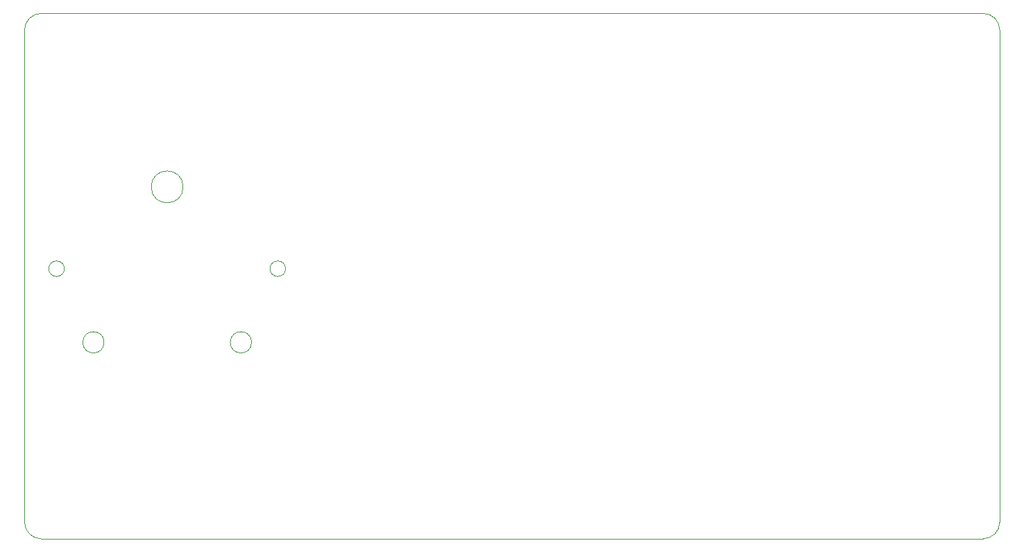
<source format=gbr>
%TF.GenerationSoftware,KiCad,Pcbnew,9.0.7*%
%TF.CreationDate,2026-02-01T17:27:13-08:00*%
%TF.ProjectId,DisplayDevice,44697370-6c61-4794-9465-766963652e6b,rev?*%
%TF.SameCoordinates,Original*%
%TF.FileFunction,Profile,NP*%
%FSLAX46Y46*%
G04 Gerber Fmt 4.6, Leading zero omitted, Abs format (unit mm)*
G04 Created by KiCad (PCBNEW 9.0.7) date 2026-02-01 17:27:13*
%MOMM*%
%LPD*%
G01*
G04 APERTURE LIST*
%TA.AperFunction,Profile*%
%ADD10C,0.050000*%
%TD*%
G04 APERTURE END LIST*
D10*
X86800000Y-133600000D02*
X86800000Y-73400000D01*
X88800000Y-135600000D02*
G75*
G02*
X86800000Y-133600000I0J2000000D01*
G01*
X205800000Y-133600000D02*
G75*
G02*
X203800000Y-135600000I-2000000J0D01*
G01*
X203800000Y-135600000D02*
X88800000Y-135600000D01*
X205800000Y-73400000D02*
X205800000Y-133600000D01*
X88800000Y-71400000D02*
X203800000Y-71400000D01*
X203800000Y-71400000D02*
G75*
G02*
X205800000Y-73400000I0J-2000000D01*
G01*
X86800000Y-73400000D02*
G75*
G02*
X88800000Y-71400000I2000000J0D01*
G01*
%TO.C,M1*%
X91650000Y-102600000D02*
G75*
G02*
X89750000Y-102600000I-950000J0D01*
G01*
X89750000Y-102600000D02*
G75*
G02*
X91650000Y-102600000I950000J0D01*
G01*
X96500000Y-111600000D02*
G75*
G02*
X93900000Y-111600000I-1300000J0D01*
G01*
X93900000Y-111600000D02*
G75*
G02*
X96500000Y-111600000I1300000J0D01*
G01*
X106150000Y-92600000D02*
G75*
G02*
X102250000Y-92600000I-1950000J0D01*
G01*
X102250000Y-92600000D02*
G75*
G02*
X106150000Y-92600000I1950000J0D01*
G01*
X114500000Y-111600000D02*
G75*
G02*
X111900000Y-111600000I-1300000J0D01*
G01*
X111900000Y-111600000D02*
G75*
G02*
X114500000Y-111600000I1300000J0D01*
G01*
X118650000Y-102600000D02*
G75*
G02*
X116750000Y-102600000I-950000J0D01*
G01*
X116750000Y-102600000D02*
G75*
G02*
X118650000Y-102600000I950000J0D01*
G01*
%TD*%
M02*

</source>
